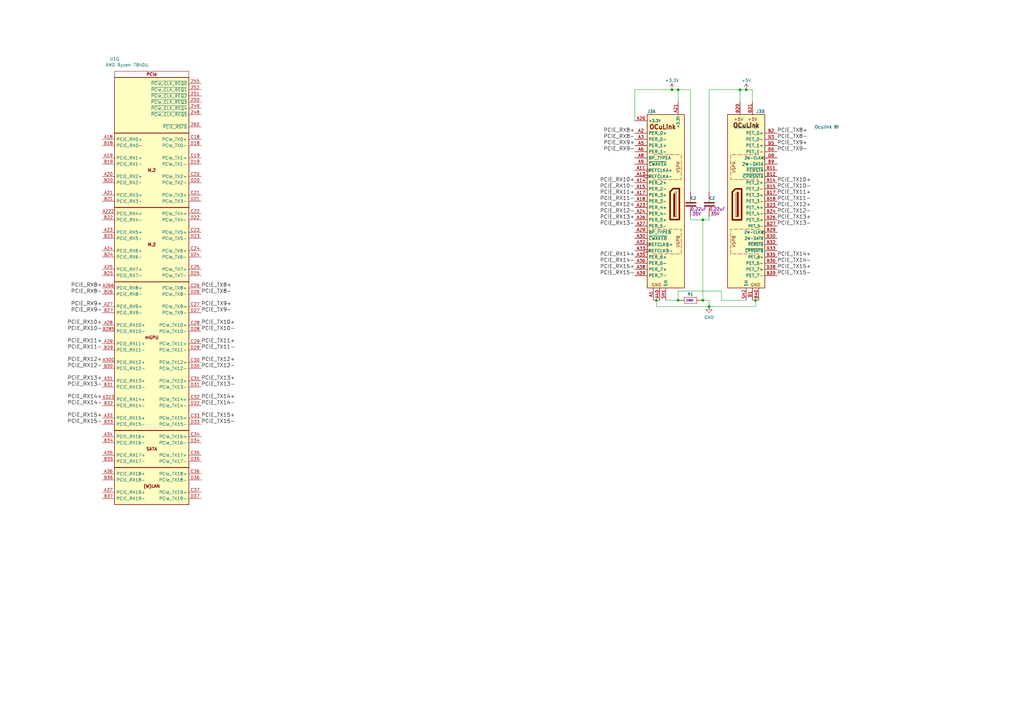
<source format=kicad_sch>
(kicad_sch (version 20230121) (generator eeschema)
  (paper "A3")
  (title_block (title "WITCHCRAFT HANDHELD") (date "2023-05-06") (rev "A-A"))
  (junction (at 269.24 123.19))
  (junction (at 309.88 123.19))
  (junction (at 278.13 123.19))
  (junction (at 290.83 125.73))
  (junction (at 306.07 36.83))
  (junction (at 275.59 36.83))
  (junction (at 278.13 36.83))
  (junction (at 303.53 36.83))
  (junction (at 288.29 90.17))
  (junction (at 288.29 123.19))
  (wire (pts (xy 290.83 90.17) (xy 290.83 88.9)))
  (wire (pts (xy 288.29 90.17) (xy 290.83 90.17)))
  (wire (pts (xy 306.07 36.83) (xy 303.53 36.83)))
  (wire (pts (xy 269.24 123.19) (xy 270.51 123.19)))
  (wire (pts (xy 283.21 88.9) (xy 283.21 90.17)))
  (wire (pts (xy 306.07 123.19) (xy 295.91 123.19)))
  (wire (pts (xy 283.21 90.17) (xy 288.29 90.17)))
  (wire (pts (xy 308.61 123.19) (xy 309.88 123.19)))
  (wire (pts (xy 283.21 78.74) (xy 283.21 36.83)))
  (wire (pts (xy 290.83 123.19) (xy 290.83 125.73)))
  (wire (pts (xy 288.29 123.19) (xy 290.83 123.19)))
  (wire (pts (xy 267.97 123.19) (xy 269.24 123.19)))
  (wire (pts (xy 309.88 125.73) (xy 309.88 123.19)))
  (wire (pts (xy 273.05 123.19) (xy 278.13 123.19)))
  (wire (pts (xy 269.24 125.73) (xy 290.83 125.73)))
  (wire (pts (xy 295.91 119.38) (xy 278.13 119.38)))
  (wire (pts (xy 269.24 123.19) (xy 269.24 125.73)))
  (wire (pts (xy 288.29 90.17) (xy 288.29 123.19)))
  (wire (pts (xy 309.88 123.19) (xy 311.15 123.19)))
  (wire (pts (xy 275.59 36.83) (xy 278.13 36.83)))
  (wire (pts (xy 278.13 119.38) (xy 278.13 123.19)))
  (wire (pts (xy 260.35 36.83) (xy 260.35 49.53)))
  (wire (pts (xy 303.53 36.83) (xy 303.53 41.91)))
  (wire (pts (xy 308.61 36.83) (xy 308.61 41.91)))
  (wire (pts (xy 290.83 125.73) (xy 309.88 125.73)))
  (wire (pts (xy 275.59 36.83) (xy 260.35 36.83)))
  (wire (pts (xy 290.83 78.74) (xy 290.83 36.83)))
  (wire (pts (xy 278.13 36.83) (xy 278.13 41.91)))
  (wire (pts (xy 306.07 36.83) (xy 308.61 36.83)))
  (wire (pts (xy 283.21 36.83) (xy 278.13 36.83)))
  (wire (pts (xy 295.91 123.19) (xy 295.91 119.38)))
  (wire (pts (xy 290.83 36.83) (xy 303.53 36.83)))
  (label "PCIE_TX15+" (at 82.55 171.45 0) (effects (font (size 1.524 1.524))))
  (label "PCIE_RX9-" (at 260.35 62.23 180) (effects (font (size 1.524 1.524))))
  (label "PCIE_RX12-" (at 41.91 151.13 180) (effects (font (size 1.524 1.524))))
  (label "PCIE_RX8+" (at 260.35 54.61 180) (effects (font (size 1.524 1.524))))
  (label "PCIE_RX11+" (at 260.35 80.01 180) (effects (font (size 1.524 1.524))))
  (label "PCIE_RX12+" (at 41.91 148.59 180) (effects (font (size 1.524 1.524))))
  (label "PCIE_RX15+" (at 41.91 171.45 180) (effects (font (size 1.524 1.524))))
  (label "PCIE_RX8+" (at 41.91 118.11 180) (effects (font (size 1.524 1.524))))
  (label "PCIE_TX8+" (at 318.77 54.61 0) (effects (font (size 1.524 1.524))))
  (label "PCIE_RX9-" (at 41.91 128.27 180) (effects (font (size 1.524 1.524))))
  (label "PCIE_TX12+" (at 82.55 148.59 0) (effects (font (size 1.524 1.524))))
  (label "PCIE_RX13-" (at 41.91 158.75 180) (effects (font (size 1.524 1.524))))
  (label "PCIE_RX13+" (at 41.91 156.21 180) (effects (font (size 1.524 1.524))))
  (label "PCIE_RX11+" (at 41.91 140.97 180) (effects (font (size 1.524 1.524))))
  (label "PCIE_RX10-" (at 41.91 135.89 180) (effects (font (size 1.524 1.524))))
  (label "PCIE_TX14+" (at 318.77 105.41 0) (effects (font (size 1.524 1.524))))
  (label "PCIE_TX13-" (at 82.55 158.75 0) (effects (font (size 1.524 1.524))))
  (label "PCIE_TX11+" (at 82.55 140.97 0) (effects (font (size 1.524 1.524))))
  (label "PCIE_TX10-" (at 82.55 135.89 0) (effects (font (size 1.524 1.524))))
  (label "PCIE_RX14+" (at 260.35 105.41 180) (effects (font (size 1.524 1.524))))
  (label "PCIE_TX14+" (at 82.55 163.83 0) (effects (font (size 1.524 1.524))))
  (label "PCIE_TX15-" (at 82.55 173.99 0) (effects (font (size 1.524 1.524))))
  (label "PCIE_TX10+" (at 82.55 133.35 0) (effects (font (size 1.524 1.524))))
  (label "PCIE_RX13+" (at 260.35 90.17 180) (effects (font (size 1.524 1.524))))
  (label "PCIE_RX13-" (at 260.35 92.71 180) (effects (font (size 1.524 1.524))))
  (label "PCIE_TX13+" (at 318.77 90.17 0) (effects (font (size 1.524 1.524))))
  (label "PCIE_RX11-" (at 260.35 82.55 180) (effects (font (size 1.524 1.524))))
  (label "PCIE_RX9+" (at 260.35 59.69 180) (effects (font (size 1.524 1.524))))
  (label "PCIE_RX10+" (at 260.35 74.93 180) (effects (font (size 1.524 1.524))))
  (label "PCIE_TX13+" (at 82.55 156.21 0) (effects (font (size 1.524 1.524))))
  (label "PCIE_TX9-" (at 82.55 128.27 0) (effects (font (size 1.524 1.524))))
  (label "PCIE_RX14+" (at 41.91 163.83 180) (effects (font (size 1.524 1.524))))
  (label "PCIE_TX12-" (at 318.77 87.63 0) (effects (font (size 1.524 1.524))))
  (label "PCIE_TX11+" (at 318.77 80.01 0) (effects (font (size 1.524 1.524))))
  (label "PCIE_TX14-" (at 318.77 107.95 0) (effects (font (size 1.524 1.524))))
  (label "PCIE_TX12+" (at 318.77 85.09 0) (effects (font (size 1.524 1.524))))
  (label "PCIE_TX8-" (at 82.55 120.65 0) (effects (font (size 1.524 1.524))))
  (label "PCIE_TX11-" (at 82.55 143.51 0) (effects (font (size 1.524 1.524))))
  (label "PCIE_TX13-" (at 318.77 92.71 0) (effects (font (size 1.524 1.524))))
  (label "PCIE_RX15+" (at 260.35 110.49 180) (effects (font (size 1.524 1.524))))
  (label "PCIE_RX8-" (at 260.35 57.15 180) (effects (font (size 1.524 1.524))))
  (label "PCIE_TX9+" (at 82.55 125.73 0) (effects (font (size 1.524 1.524))))
  (label "PCIE_RX11-" (at 41.91 143.51 180) (effects (font (size 1.524 1.524))))
  (label "PCIE_TX15-" (at 318.77 113.03 0) (effects (font (size 1.524 1.524))))
  (label "PCIE_TX12-" (at 82.55 151.13 0) (effects (font (size 1.524 1.524))))
  (label "PCIE_TX8+" (at 82.55 118.11 0) (effects (font (size 1.524 1.524))))
  (label "PCIE_RX12-" (at 260.35 87.63 180) (effects (font (size 1.524 1.524))))
  (label "PCIE_RX10-" (at 260.35 77.47 180) (effects (font (size 1.524 1.524))))
  (label "PCIE_RX9+" (at 41.91 125.73 180) (effects (font (size 1.524 1.524))))
  (label "PCIE_RX14-" (at 41.91 166.37 180) (effects (font (size 1.524 1.524))))
  (label "PCIE_TX11-" (at 318.77 82.55 0) (effects (font (size 1.524 1.524))))
  (label "PCIE_TX8-" (at 318.77 57.15 0) (effects (font (size 1.524 1.524))))
  (label "PCIE_TX10+" (at 318.77 74.93 0) (effects (font (size 1.524 1.524))))
  (label "PCIE_TX14-" (at 82.55 166.37 0) (effects (font (size 1.524 1.524))))
  (label "PCIE_RX14-" (at 260.35 107.95 180) (effects (font (size 1.524 1.524))))
  (label "PCIE_TX9+" (at 318.77 59.69 0) (effects (font (size 1.524 1.524))))
  (label "PCIE_TX10-" (at 318.77 77.47 0) (effects (font (size 1.524 1.524))))
  (label "PCIE_TX15+" (at 318.77 110.49 0) (effects (font (size 1.524 1.524))))
  (label "PCIE_RX15-" (at 260.35 113.03 180) (effects (font (size 1.524 1.524))))
  (label "PCIE_RX12+" (at 260.35 85.09 180) (effects (font (size 1.524 1.524))))
  (label "PCIE_RX8-" (at 41.91 120.65 180) (effects (font (size 1.524 1.524))))
  (label "PCIE_RX10+" (at 41.91 133.35 180) (effects (font (size 1.524 1.524))))
  (label "PCIE_TX9-" (at 318.77 62.23 0) (effects (font (size 1.524 1.524))))
  (label "PCIE_RX15-" (at 41.91 173.99 180) (effects (font (size 1.524 1.524))))
  (symbol (lib_id "LRJ-parts:AMD_Ryzen_7840U_FP8") (at 62.23 115.57 0) (unit 7)
    (property "Reference" "U1" (at 46.99 24.13 0))
    (property "Value" "AMD Ryzen 7840U" (at 52.07 26.67 0))
    (property "Footprint" "LRJ:Package_BGA_FP8" (effects hide))
    (property "Manufacturer" "Advanced Micro Devices" (effects hide))
    (property "MPN" "100-000001131" (effects hide))
    (property "Details" "https://en.wikichip.org/wiki/amd/packages/fp6" (effects hide))
    (property "Sim.Enable" "0" (effects hide))
    (property "Operating temperature" "0 C ~ 45 C" (effects hide))
  )
  (symbol (lib_id "LRJ-parts:Molex_1731620131") (at 306.07 82.55 0) (unit 2)
    (property "Reference" "J3" (at 313.69 45.72 0) (effects (justify right)))
    (property "Value" "Oculink 8i" (at 339.09 52.07 0))
    (property "Footprint" "LRJ:Molex_Nano-Pitch_173162-xx31_2x40_P0.50mm_Horizontal" (effects hide))
    (property "Datasheet" "https://www.molex.com/content/dam/molex/molex-dot-com/products/automated/en-us/salesdrawingpdf/173/173162/1731620131_sd.pdf" (effects hide))
    (property "Sim.Enable" "0" (effects hide))
    (property "Current rating" "0.5A" (effects hide))
    (property "Operating temperature" " -40° ~ +80°C" (effects hide))
    (property "Status" "Active" (effects hide))
    (property "Voltage rating" "30V" (effects hide))
    (property "Manufacturer" "Molex LLC" (effects hide))
  )
  (symbol (lib_id "power:GND") (at 290.83 125.73 0) (mirror y) (unit 1)
    (property "Reference" "#PWR04" (effects hide))
    (property "Value" "GND" (at 290.83 130.175 0))
    (instances (project "Witchcraft-AA" (path "" (reference "#PWR04") (unit 1)) (path "" (reference "#PWR013") (unit 1)) (path "" (reference "#PWR043") (unit 1))))
  )
  (symbol (lib_id "LRJ-parts:C_CGA2B1X7R1V224K") (at 290.83 83.82 0) (unit 1)
    (property "Reference" "C2" (at 290.83 81.28 0) (effects (font (size 1.143 1.143)) (justify left)))
    (property "Value" "C_CGA2B1X7R1V224K" (effects hide))
    (property "Footprint" "Capacitor_SMD:C_0402_1005Metric" (effects hide))
    (property "Datasheet" "https://product.tdk.com/system/files/dam/doc/product/capacitor/ceramic/mlcc/catalog/mlcc_automotive_general_en.pdf" (effects hide))
    (property "Manufacturer" "TDK Corporation" (effects hide))
    (property "MPN" "CGA2B1X7R1V224K050BC" (effects hide))
    (property "Capacitance" "0.22uF" (at 290.83 85.725 0) (effects (justify left)))
    (property "Voltage rating" "35V" (at 291.465 87.63 0) (effects (justify left)))
    (property "Tolerance" "±10% " (effects hide))
    (property "Temperature Coefficient " "X7S" (effects hide))
    (property "Operating Temperature" "-55°C to +125°C " (effects hide))
    (property "Status" "Active" (effects hide))
    (instances (project "Witchcraft-AA" (path "" (reference "C2") (unit 1)) (path "" (reference "C14") (unit 1))))
  )
  (symbol (lib_id "LRJ-parts:C_CGA2B1X7R1V224K") (at 283.21 83.82 0) (unit 1)
    (property "Reference" "C2" (at 283.21 81.28 0) (effects (font (size 1.143 1.143)) (justify left)))
    (property "Value" "C_CGA2B1X7R1V224K" (effects hide))
    (property "Footprint" "Capacitor_SMD:C_0402_1005Metric" (effects hide))
    (property "Datasheet" "https://product.tdk.com/system/files/dam/doc/product/capacitor/ceramic/mlcc/catalog/mlcc_automotive_general_en.pdf" (effects hide))
    (property "Manufacturer" "TDK Corporation" (effects hide))
    (property "MPN" "CGA2B1X7R1V224K050BC" (effects hide))
    (property "Capacitance" "0.22uF" (at 283.21 85.725 0) (effects (justify left)))
    (property "Voltage rating" "35V" (at 283.845 87.63 0) (effects (justify left)))
    (property "Tolerance" "±10% " (effects hide))
    (property "Temperature Coefficient " "X7S" (effects hide))
    (property "Operating Temperature" "-55°C to +125°C " (effects hide))
    (property "Status" "Active" (effects hide))
    (instances (project "Witchcraft-AA" (path "" (reference "C2") (unit 1)) (path "" (reference "C13") (unit 1))))
  )
  (symbol (lib_id "power:+5V") (at 306.07 36.83 0) (unit 1)
    (property "Reference" "#PWR040" (effects hide))
    (property "Value" "+5V" (at 306.07 33.02 0))
    (instances (project "Witchcraft-AA" (path "" (reference "#PWR040") (unit 1)) (path "" (reference "#PWR042") (unit 1))))
  )
  (symbol (lib_id "LRJ-parts:R_ERJ-3GEYJ105V") (at 283.21 123.19 180) (unit 1)
    (property "Reference" "R1" (at 281.94 120.65 0) (effects (font (size 1.143 1.143)) (justify right)))
    (property "Value" "R_ERJ-3GEYJ105V" (effects hide))
    (property "Footprint" "Resistor_SMD:R_0603_1608Metric" (effects hide))
    (property "Datasheet" "https://industrial.panasonic.com/ww/products/pt/general-purpose-chip-resistors/models/ERJ3GEYJ105V" (effects hide))
    (property "Manufacturer" "Panasonic Electronic Components" (effects hide))
    (property "MPN" "ERJ-3GEYJ105V" (effects hide))
    (property "Resistance" "1MΩ" (at 281.305 123.19 0) (effects (font (size 0.889 0.889)) (justify right)))
    (property "Voltage rating" "75V" (effects hide))
    (property "Operating Temperature " " -55°C to +155°C" (effects hide))
    (property "Status" "Active" (effects hide))
    (property "Mounting type" "SMD" (effects hide))
    (instances (project "Witchcraft-AA" (path "" (reference "R1") (unit 1)) (path "" (reference "R4") (unit 1))))
  )
  (symbol (lib_id "LRJ-parts:Molex_1731620131") (at 273.05 82.55 0) (unit 1)
    (property "Reference" "J3" (at 265.43 45.72 0) (effects (justify left)))
    (property "Value" "Oculink 8i" (at 306.07 52.07 0))
    (property "Footprint" "LRJ:Molex_Nano-Pitch_173162-xx31_2x40_P0.50mm_Horizontal" (effects hide))
    (property "Datasheet" "https://www.molex.com/content/dam/molex/molex-dot-com/products/automated/en-us/salesdrawingpdf/173/173162/1731620131_sd.pdf" (effects hide))
    (property "Sim.Enable" "0" (effects hide))
    (property "Current rating" "0.5A" (effects hide))
    (property "Operating temperature" " -40° ~ +80°C" (effects hide))
    (property "Status" "Active" (effects hide))
    (property "Voltage rating" "30V" (effects hide))
    (property "Manufacturer" "Molex LLC" (effects hide))
  )
  (symbol (lib_id "power:+3.3V") (at 275.59 36.83 0) (unit 1)
    (property "Reference" "#PWR033" (effects hide))
    (property "Value" "+3.3V" (at 275.59 33.02 0))
    (instances (project "Witchcraft-AA" (path "" (reference "#PWR033") (unit 1)) (path "" (reference "#PWR032") (unit 1)) (path "" (reference "#PWR041") (unit 1))))
  )
)
</source>
